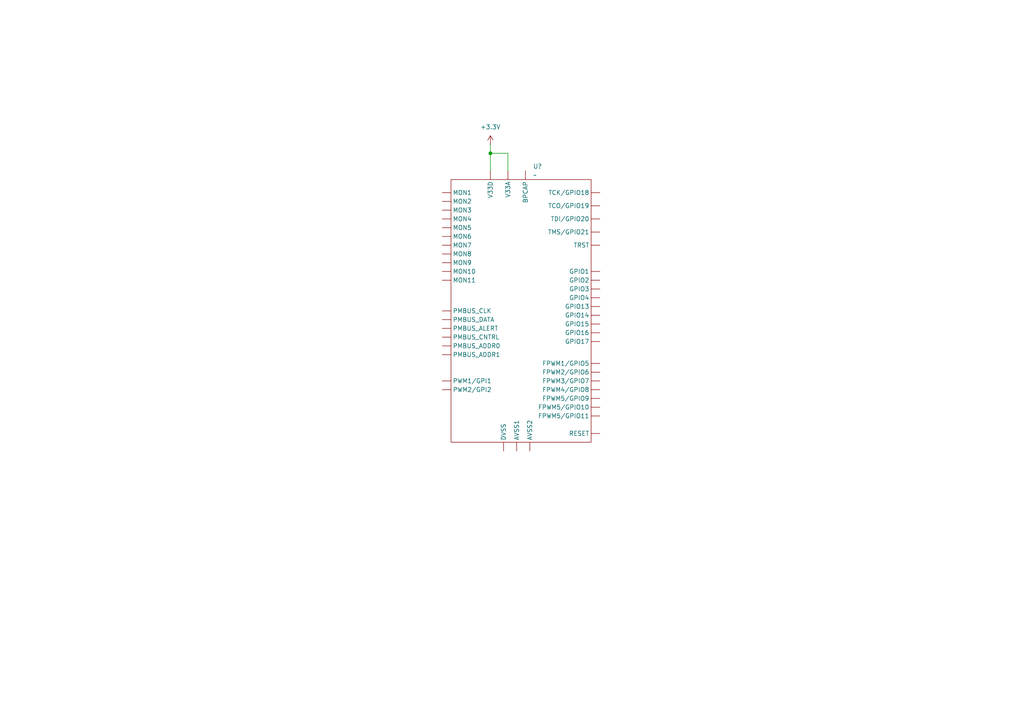
<source format=kicad_sch>
(kicad_sch
	(version 20231120)
	(generator "eeschema")
	(generator_version "8.0")
	(uuid "b224b900-2824-4714-9d04-660dade1312a")
	(paper "A4")
	(lib_symbols
		(symbol "Aftx07:UCD9090A"
			(exclude_from_sim no)
			(in_bom yes)
			(on_board yes)
			(property "Reference" "U"
				(at 5.08 -22.86 0)
				(effects
					(font
						(size 1.27 1.27)
					)
				)
			)
			(property "Value" ""
				(at 0 0 0)
				(effects
					(font
						(size 1.27 1.27)
					)
				)
			)
			(property "Footprint" ""
				(at 0 0 0)
				(effects
					(font
						(size 1.27 1.27)
					)
					(hide yes)
				)
			)
			(property "Datasheet" ""
				(at 0 0 0)
				(effects
					(font
						(size 1.27 1.27)
					)
					(hide yes)
				)
			)
			(property "Description" ""
				(at 0 0 0)
				(effects
					(font
						(size 1.27 1.27)
					)
					(hide yes)
				)
			)
			(symbol "UCD9090A_0_1"
				(rectangle
					(start -13.97 11.43)
					(end 26.67 -64.77)
					(stroke
						(width 0)
						(type default)
					)
					(fill
						(type none)
					)
				)
			)
			(symbol "UCD9090A_1_1"
				(pin input line
					(at 5.08 -67.31 90)
					(length 2.54)
					(name "AVSS1"
						(effects
							(font
								(size 1.27 1.27)
							)
						)
					)
					(number ""
						(effects
							(font
								(size 1.27 1.27)
							)
						)
					)
				)
				(pin input line
					(at 8.89 -67.31 90)
					(length 2.54)
					(name "AVSS2"
						(effects
							(font
								(size 1.27 1.27)
							)
						)
					)
					(number ""
						(effects
							(font
								(size 1.27 1.27)
							)
						)
					)
				)
				(pin input line
					(at 7.62 13.97 270)
					(length 2.54)
					(name "BPCAP"
						(effects
							(font
								(size 1.27 1.27)
							)
						)
					)
					(number ""
						(effects
							(font
								(size 1.27 1.27)
							)
						)
					)
				)
				(pin input line
					(at 1.27 -67.31 90)
					(length 2.54)
					(name "DVSS"
						(effects
							(font
								(size 1.27 1.27)
							)
						)
					)
					(number ""
						(effects
							(font
								(size 1.27 1.27)
							)
						)
					)
				)
				(pin input line
					(at 29.21 -41.91 180)
					(length 2.54)
					(name "FPWM1/GPIO5"
						(effects
							(font
								(size 1.27 1.27)
							)
						)
					)
					(number ""
						(effects
							(font
								(size 1.27 1.27)
							)
						)
					)
				)
				(pin input line
					(at 29.21 -44.45 180)
					(length 2.54)
					(name "FPWM2/GPIO6"
						(effects
							(font
								(size 1.27 1.27)
							)
						)
					)
					(number ""
						(effects
							(font
								(size 1.27 1.27)
							)
						)
					)
				)
				(pin input line
					(at 29.21 -46.99 180)
					(length 2.54)
					(name "FPWM3/GPIO7"
						(effects
							(font
								(size 1.27 1.27)
							)
						)
					)
					(number ""
						(effects
							(font
								(size 1.27 1.27)
							)
						)
					)
				)
				(pin input line
					(at 29.21 -49.53 180)
					(length 2.54)
					(name "FPWM4/GPIO8"
						(effects
							(font
								(size 1.27 1.27)
							)
						)
					)
					(number ""
						(effects
							(font
								(size 1.27 1.27)
							)
						)
					)
				)
				(pin input line
					(at 29.21 -54.61 180)
					(length 2.54)
					(name "FPWM5/GPIO10"
						(effects
							(font
								(size 1.27 1.27)
							)
						)
					)
					(number ""
						(effects
							(font
								(size 1.27 1.27)
							)
						)
					)
				)
				(pin input line
					(at 29.21 -57.15 180)
					(length 2.54)
					(name "FPWM5/GPIO11"
						(effects
							(font
								(size 1.27 1.27)
							)
						)
					)
					(number ""
						(effects
							(font
								(size 1.27 1.27)
							)
						)
					)
				)
				(pin input line
					(at 29.21 -52.07 180)
					(length 2.54)
					(name "FPWM5/GPIO9"
						(effects
							(font
								(size 1.27 1.27)
							)
						)
					)
					(number ""
						(effects
							(font
								(size 1.27 1.27)
							)
						)
					)
				)
				(pin input line
					(at 29.21 -15.24 180)
					(length 2.54)
					(name "GPIO1"
						(effects
							(font
								(size 1.27 1.27)
							)
						)
					)
					(number ""
						(effects
							(font
								(size 1.27 1.27)
							)
						)
					)
				)
				(pin input line
					(at 29.21 -25.4 180)
					(length 2.54)
					(name "GPIO13"
						(effects
							(font
								(size 1.27 1.27)
							)
						)
					)
					(number ""
						(effects
							(font
								(size 1.27 1.27)
							)
						)
					)
				)
				(pin input line
					(at 29.21 -27.94 180)
					(length 2.54)
					(name "GPIO14"
						(effects
							(font
								(size 1.27 1.27)
							)
						)
					)
					(number ""
						(effects
							(font
								(size 1.27 1.27)
							)
						)
					)
				)
				(pin input line
					(at 29.21 -30.48 180)
					(length 2.54)
					(name "GPIO15"
						(effects
							(font
								(size 1.27 1.27)
							)
						)
					)
					(number ""
						(effects
							(font
								(size 1.27 1.27)
							)
						)
					)
				)
				(pin input line
					(at 29.21 -33.02 180)
					(length 2.54)
					(name "GPIO16"
						(effects
							(font
								(size 1.27 1.27)
							)
						)
					)
					(number ""
						(effects
							(font
								(size 1.27 1.27)
							)
						)
					)
				)
				(pin input line
					(at 29.21 -35.56 180)
					(length 2.54)
					(name "GPIO17"
						(effects
							(font
								(size 1.27 1.27)
							)
						)
					)
					(number ""
						(effects
							(font
								(size 1.27 1.27)
							)
						)
					)
				)
				(pin input line
					(at 29.21 -17.78 180)
					(length 2.54)
					(name "GPIO2"
						(effects
							(font
								(size 1.27 1.27)
							)
						)
					)
					(number ""
						(effects
							(font
								(size 1.27 1.27)
							)
						)
					)
				)
				(pin input line
					(at 29.21 -20.32 180)
					(length 2.54)
					(name "GPIO3"
						(effects
							(font
								(size 1.27 1.27)
							)
						)
					)
					(number ""
						(effects
							(font
								(size 1.27 1.27)
							)
						)
					)
				)
				(pin input line
					(at 29.21 -22.86 180)
					(length 2.54)
					(name "GPIO4"
						(effects
							(font
								(size 1.27 1.27)
							)
						)
					)
					(number ""
						(effects
							(font
								(size 1.27 1.27)
							)
						)
					)
				)
				(pin input line
					(at -16.51 7.62 0)
					(length 2.54)
					(name "MON1"
						(effects
							(font
								(size 1.27 1.27)
							)
						)
					)
					(number ""
						(effects
							(font
								(size 1.27 1.27)
							)
						)
					)
				)
				(pin input line
					(at -16.51 -15.24 0)
					(length 2.54)
					(name "MON10"
						(effects
							(font
								(size 1.27 1.27)
							)
						)
					)
					(number ""
						(effects
							(font
								(size 1.27 1.27)
							)
						)
					)
				)
				(pin input line
					(at -16.51 -17.78 0)
					(length 2.54)
					(name "MON11"
						(effects
							(font
								(size 1.27 1.27)
							)
						)
					)
					(number ""
						(effects
							(font
								(size 1.27 1.27)
							)
						)
					)
				)
				(pin input line
					(at -16.51 5.08 0)
					(length 2.54)
					(name "MON2"
						(effects
							(font
								(size 1.27 1.27)
							)
						)
					)
					(number ""
						(effects
							(font
								(size 1.27 1.27)
							)
						)
					)
				)
				(pin input line
					(at -16.51 2.54 0)
					(length 2.54)
					(name "MON3"
						(effects
							(font
								(size 1.27 1.27)
							)
						)
					)
					(number ""
						(effects
							(font
								(size 1.27 1.27)
							)
						)
					)
				)
				(pin input line
					(at -16.51 0 0)
					(length 2.54)
					(name "MON4"
						(effects
							(font
								(size 1.27 1.27)
							)
						)
					)
					(number ""
						(effects
							(font
								(size 1.27 1.27)
							)
						)
					)
				)
				(pin input line
					(at -16.51 -2.54 0)
					(length 2.54)
					(name "MON5"
						(effects
							(font
								(size 1.27 1.27)
							)
						)
					)
					(number ""
						(effects
							(font
								(size 1.27 1.27)
							)
						)
					)
				)
				(pin input line
					(at -16.51 -5.08 0)
					(length 2.54)
					(name "MON6"
						(effects
							(font
								(size 1.27 1.27)
							)
						)
					)
					(number ""
						(effects
							(font
								(size 1.27 1.27)
							)
						)
					)
				)
				(pin input line
					(at -16.51 -7.62 0)
					(length 2.54)
					(name "MON7"
						(effects
							(font
								(size 1.27 1.27)
							)
						)
					)
					(number ""
						(effects
							(font
								(size 1.27 1.27)
							)
						)
					)
				)
				(pin input line
					(at -16.51 -10.16 0)
					(length 2.54)
					(name "MON8"
						(effects
							(font
								(size 1.27 1.27)
							)
						)
					)
					(number ""
						(effects
							(font
								(size 1.27 1.27)
							)
						)
					)
				)
				(pin input line
					(at -16.51 -12.7 0)
					(length 2.54)
					(name "MON9"
						(effects
							(font
								(size 1.27 1.27)
							)
						)
					)
					(number ""
						(effects
							(font
								(size 1.27 1.27)
							)
						)
					)
				)
				(pin input line
					(at -16.51 -36.83 0)
					(length 2.54)
					(name "PMBUS_ADDR0"
						(effects
							(font
								(size 1.27 1.27)
							)
						)
					)
					(number ""
						(effects
							(font
								(size 1.27 1.27)
							)
						)
					)
				)
				(pin input line
					(at -16.51 -39.37 0)
					(length 2.54)
					(name "PMBUS_ADDR1"
						(effects
							(font
								(size 1.27 1.27)
							)
						)
					)
					(number ""
						(effects
							(font
								(size 1.27 1.27)
							)
						)
					)
				)
				(pin input line
					(at -16.51 -31.75 0)
					(length 2.54)
					(name "PMBUS_ALERT"
						(effects
							(font
								(size 1.27 1.27)
							)
						)
					)
					(number ""
						(effects
							(font
								(size 1.27 1.27)
							)
						)
					)
				)
				(pin input line
					(at -16.51 -26.67 0)
					(length 2.54)
					(name "PMBUS_CLK"
						(effects
							(font
								(size 1.27 1.27)
							)
						)
					)
					(number ""
						(effects
							(font
								(size 1.27 1.27)
							)
						)
					)
				)
				(pin input line
					(at -16.51 -34.29 0)
					(length 2.54)
					(name "PMBUS_CNTRL"
						(effects
							(font
								(size 1.27 1.27)
							)
						)
					)
					(number ""
						(effects
							(font
								(size 1.27 1.27)
							)
						)
					)
				)
				(pin input line
					(at -16.51 -29.21 0)
					(length 2.54)
					(name "PMBUS_DATA"
						(effects
							(font
								(size 1.27 1.27)
							)
						)
					)
					(number ""
						(effects
							(font
								(size 1.27 1.27)
							)
						)
					)
				)
				(pin input line
					(at -16.51 -46.99 0)
					(length 2.54)
					(name "PWM1/GPI1"
						(effects
							(font
								(size 1.27 1.27)
							)
						)
					)
					(number ""
						(effects
							(font
								(size 1.27 1.27)
							)
						)
					)
				)
				(pin input line
					(at -16.51 -49.53 0)
					(length 2.54)
					(name "PWM2/GPI2"
						(effects
							(font
								(size 1.27 1.27)
							)
						)
					)
					(number ""
						(effects
							(font
								(size 1.27 1.27)
							)
						)
					)
				)
				(pin input line
					(at 29.21 -62.23 180)
					(length 2.54)
					(name "RESET"
						(effects
							(font
								(size 1.27 1.27)
							)
						)
					)
					(number ""
						(effects
							(font
								(size 1.27 1.27)
							)
						)
					)
				)
				(pin input line
					(at 29.21 7.62 180)
					(length 2.54)
					(name "TCK/GPIO18"
						(effects
							(font
								(size 1.27 1.27)
							)
						)
					)
					(number ""
						(effects
							(font
								(size 1.27 1.27)
							)
						)
					)
				)
				(pin input line
					(at 29.21 3.81 180)
					(length 2.54)
					(name "TCO/GPIO19"
						(effects
							(font
								(size 1.27 1.27)
							)
						)
					)
					(number ""
						(effects
							(font
								(size 1.27 1.27)
							)
						)
					)
				)
				(pin input line
					(at 29.21 0 180)
					(length 2.54)
					(name "TDI/GPIO20"
						(effects
							(font
								(size 1.27 1.27)
							)
						)
					)
					(number ""
						(effects
							(font
								(size 1.27 1.27)
							)
						)
					)
				)
				(pin input line
					(at 29.21 -3.81 180)
					(length 2.54)
					(name "TMS/GPIO21"
						(effects
							(font
								(size 1.27 1.27)
							)
						)
					)
					(number ""
						(effects
							(font
								(size 1.27 1.27)
							)
						)
					)
				)
				(pin input line
					(at 29.21 -7.62 180)
					(length 2.54)
					(name "TRST"
						(effects
							(font
								(size 1.27 1.27)
							)
						)
					)
					(number ""
						(effects
							(font
								(size 1.27 1.27)
							)
						)
					)
				)
				(pin input line
					(at 2.54 13.97 270)
					(length 2.54)
					(name "V33A"
						(effects
							(font
								(size 1.27 1.27)
							)
						)
					)
					(number ""
						(effects
							(font
								(size 1.27 1.27)
							)
						)
					)
				)
				(pin input line
					(at -2.54 13.97 270)
					(length 2.54)
					(name "V33D"
						(effects
							(font
								(size 1.27 1.27)
							)
						)
					)
					(number ""
						(effects
							(font
								(size 1.27 1.27)
							)
						)
					)
				)
			)
		)
		(symbol "power:+3.3V"
			(power)
			(pin_numbers hide)
			(pin_names
				(offset 0) hide)
			(exclude_from_sim no)
			(in_bom yes)
			(on_board yes)
			(property "Reference" "#PWR"
				(at 0 -3.81 0)
				(effects
					(font
						(size 1.27 1.27)
					)
					(hide yes)
				)
			)
			(property "Value" "+3.3V"
				(at 0 3.556 0)
				(effects
					(font
						(size 1.27 1.27)
					)
				)
			)
			(property "Footprint" ""
				(at 0 0 0)
				(effects
					(font
						(size 1.27 1.27)
					)
					(hide yes)
				)
			)
			(property "Datasheet" ""
				(at 0 0 0)
				(effects
					(font
						(size 1.27 1.27)
					)
					(hide yes)
				)
			)
			(property "Description" "Power symbol creates a global label with name \"+3.3V\""
				(at 0 0 0)
				(effects
					(font
						(size 1.27 1.27)
					)
					(hide yes)
				)
			)
			(property "ki_keywords" "global power"
				(at 0 0 0)
				(effects
					(font
						(size 1.27 1.27)
					)
					(hide yes)
				)
			)
			(symbol "+3.3V_0_1"
				(polyline
					(pts
						(xy -0.762 1.27) (xy 0 2.54)
					)
					(stroke
						(width 0)
						(type default)
					)
					(fill
						(type none)
					)
				)
				(polyline
					(pts
						(xy 0 0) (xy 0 2.54)
					)
					(stroke
						(width 0)
						(type default)
					)
					(fill
						(type none)
					)
				)
				(polyline
					(pts
						(xy 0 2.54) (xy 0.762 1.27)
					)
					(stroke
						(width 0)
						(type default)
					)
					(fill
						(type none)
					)
				)
			)
			(symbol "+3.3V_1_1"
				(pin power_in line
					(at 0 0 90)
					(length 0)
					(name "~"
						(effects
							(font
								(size 1.27 1.27)
							)
						)
					)
					(number "1"
						(effects
							(font
								(size 1.27 1.27)
							)
						)
					)
				)
			)
		)
	)
	(junction
		(at 142.24 44.45)
		(diameter 0)
		(color 0 0 0 0)
		(uuid "6b3eb48e-9fe2-4aca-a0ea-d26471a55e59")
	)
	(wire
		(pts
			(xy 147.32 49.53) (xy 147.32 44.45)
		)
		(stroke
			(width 0)
			(type default)
		)
		(uuid "12bc9b1f-689a-48a2-8dd5-2e561f6dd665")
	)
	(wire
		(pts
			(xy 142.24 44.45) (xy 142.24 49.53)
		)
		(stroke
			(width 0)
			(type default)
		)
		(uuid "686d921d-c572-4ee6-afed-30bf66d1b337")
	)
	(wire
		(pts
			(xy 147.32 44.45) (xy 142.24 44.45)
		)
		(stroke
			(width 0)
			(type default)
		)
		(uuid "86d54587-ad5f-42ce-a6fe-3ffa6235e8a1")
	)
	(wire
		(pts
			(xy 142.24 41.91) (xy 142.24 44.45)
		)
		(stroke
			(width 0)
			(type default)
		)
		(uuid "dc2f167a-c81b-42f5-a32d-ea8c7d8b401d")
	)
	(symbol
		(lib_id "power:+3.3V")
		(at 142.24 41.91 0)
		(unit 1)
		(exclude_from_sim no)
		(in_bom yes)
		(on_board yes)
		(dnp no)
		(fields_autoplaced yes)
		(uuid "a2059653-58ad-4770-a0fb-a6d764ea4f2d")
		(property "Reference" "#PWR033"
			(at 142.24 45.72 0)
			(effects
				(font
					(size 1.27 1.27)
				)
				(hide yes)
			)
		)
		(property "Value" "+3.3V"
			(at 142.24 36.83 0)
			(effects
				(font
					(size 1.27 1.27)
				)
			)
		)
		(property "Footprint" ""
			(at 142.24 41.91 0)
			(effects
				(font
					(size 1.27 1.27)
				)
				(hide yes)
			)
		)
		(property "Datasheet" ""
			(at 142.24 41.91 0)
			(effects
				(font
					(size 1.27 1.27)
				)
				(hide yes)
			)
		)
		(property "Description" "Power symbol creates a global label with name \"+3.3V\""
			(at 142.24 41.91 0)
			(effects
				(font
					(size 1.27 1.27)
				)
				(hide yes)
			)
		)
		(pin "1"
			(uuid "cafe3c53-00ad-431e-8028-f63f6f593e88")
		)
		(instances
			(project ""
				(path "/5516d47b-e414-41cc-be39-f34e0b8598e1/93f02ffd-6352-4710-b2a2-1609ab20707d"
					(reference "#PWR033")
					(unit 1)
				)
			)
		)
	)
	(symbol
		(lib_id "Aftx07:UCD9090A")
		(at 144.78 63.5 0)
		(unit 1)
		(exclude_from_sim no)
		(in_bom yes)
		(on_board yes)
		(dnp no)
		(fields_autoplaced yes)
		(uuid "de93c62a-67d2-42a8-b46e-aa3af84b738e")
		(property "Reference" "U?"
			(at 154.5941 48.26 0)
			(effects
				(font
					(size 1.27 1.27)
				)
				(justify left)
			)
		)
		(property "Value" "~"
			(at 154.5941 50.8 0)
			(effects
				(font
					(size 1.27 1.27)
				)
				(justify left)
			)
		)
		(property "Footprint" ""
			(at 144.78 63.5 0)
			(effects
				(font
					(size 1.27 1.27)
				)
				(hide yes)
			)
		)
		(property "Datasheet" ""
			(at 144.78 63.5 0)
			(effects
				(font
					(size 1.27 1.27)
				)
				(hide yes)
			)
		)
		(property "Description" ""
			(at 144.78 63.5 0)
			(effects
				(font
					(size 1.27 1.27)
				)
				(hide yes)
			)
		)
		(pin ""
			(uuid "1d73e1cd-e27e-4e1f-92d1-e0e01107338a")
		)
		(pin ""
			(uuid "358cafbf-bc10-43ad-bc58-7cfd1ac996d6")
		)
		(pin ""
			(uuid "5f068361-8a3a-44dc-bf7a-28d4413e6b64")
		)
		(pin ""
			(uuid "b47678ec-a9df-431f-98e2-45ef11af6060")
		)
		(pin ""
			(uuid "cb055c62-680c-489b-91a3-48f9268fe65f")
		)
		(pin ""
			(uuid "ff09c3e6-0e04-45b0-8102-785eabb2d6b4")
		)
		(pin ""
			(uuid "13bfdd42-fc9b-44b0-84c3-511d7261a320")
		)
		(pin ""
			(uuid "9dca75dc-87f2-43f9-82b5-cdb92572fedb")
		)
		(pin ""
			(uuid "6bcc5395-e044-49dc-98ac-edff18a087f7")
		)
		(pin ""
			(uuid "1f308615-df2e-402a-aae5-1835f77fec11")
		)
		(pin ""
			(uuid "67818105-bb1b-4f1d-8c06-6bd029ec4085")
		)
		(pin ""
			(uuid "0233e4c1-47cc-456a-8e5b-3ec8e56798ce")
		)
		(pin ""
			(uuid "0080769d-b726-42bd-8a43-a315971300b9")
		)
		(pin ""
			(uuid "f3f690ee-9d17-4896-b7c2-af032f69a1b5")
		)
		(pin ""
			(uuid "f6fa81f7-9bd9-4214-b6e6-5922d7876368")
		)
		(pin ""
			(uuid "583745c0-76b7-40e7-bcb2-8f58db7c9d42")
		)
		(pin ""
			(uuid "9d3df272-fcb0-4e6c-801b-2f79fb01f445")
		)
		(pin ""
			(uuid "8efa8a36-fc4e-4b56-9825-1927f0799b64")
		)
		(pin ""
			(uuid "00371f06-70d7-4401-b6e8-c44cb2750dba")
		)
		(pin ""
			(uuid "e1766663-d153-477a-961f-ed08a9273443")
		)
		(pin ""
			(uuid "a523776b-e1cb-4116-a7ff-445af7f68a5c")
		)
		(pin ""
			(uuid "a8114a52-f85a-456d-a54e-3ca936e3ef9e")
		)
		(pin ""
			(uuid "bfa6a944-7ff9-4d8d-9629-3bf53914c42e")
		)
		(pin ""
			(uuid "9d14e2cf-443d-4180-93a1-ebb882570877")
		)
		(pin ""
			(uuid "3dcb80fc-a64e-4aa2-8ec2-dbab39ef1e98")
		)
		(pin ""
			(uuid "d4908f75-0265-49ba-93b0-4cbaa62a880c")
		)
		(pin ""
			(uuid "3b4f9e2a-5cd3-49e2-bcab-08f3303696cc")
		)
		(pin ""
			(uuid "c832a869-05af-46ae-bade-a09d30090e88")
		)
		(pin ""
			(uuid "6218020f-0712-4b2a-99f3-22a094a5674a")
		)
		(pin ""
			(uuid "7fed8c7b-b124-4f3f-8664-b843d0b4cdf6")
		)
		(pin ""
			(uuid "cfa765de-11cc-4423-a51f-e7218dc0579d")
		)
		(pin ""
			(uuid "9462b887-ba14-455f-af25-7a732cb28ebb")
		)
		(pin ""
			(uuid "75edbdbc-1d12-4948-9f82-97effc0f1d10")
		)
		(pin ""
			(uuid "efd2933e-18b9-4863-bdfb-82eb8ca0a29a")
		)
		(pin ""
			(uuid "5ba2246a-82b8-48e3-b551-adbe5bc4c66b")
		)
		(pin ""
			(uuid "ffbd8d38-dcba-4840-8575-f9d78617ceef")
		)
		(pin ""
			(uuid "90090873-ab27-4fee-b3e0-5f5c269861ff")
		)
		(pin ""
			(uuid "71d910d9-1d3b-4f03-963c-1ca3b549ddd7")
		)
		(pin ""
			(uuid "ce68e4f2-61ae-4f01-b3a3-1c6a46445026")
		)
		(pin ""
			(uuid "928b48a1-3808-4bbb-a2b5-d7b06690ee8a")
		)
		(pin ""
			(uuid "251850c8-42e0-4093-b3c4-c7897d8ccb28")
		)
		(pin ""
			(uuid "68e611ca-41c6-4bcb-8b8a-ca18f5a295fb")
		)
		(pin ""
			(uuid "deac4d4b-e96e-4b44-956c-ed96de89be7d")
		)
		(pin ""
			(uuid "374adc17-1b00-433a-a996-2abc614d0476")
		)
		(pin ""
			(uuid "4c84cf2f-64b1-44aa-9664-62f46d7aa169")
		)
		(pin ""
			(uuid "6d09b30b-9f69-4620-930e-cfcb86a16f57")
		)
		(pin ""
			(uuid "668cfe26-3d42-4420-a48e-16c10a3e2e6b")
		)
		(instances
			(project ""
				(path "/5516d47b-e414-41cc-be39-f34e0b8598e1/93f02ffd-6352-4710-b2a2-1609ab20707d"
					(reference "U?")
					(unit 1)
				)
			)
		)
	)
)

</source>
